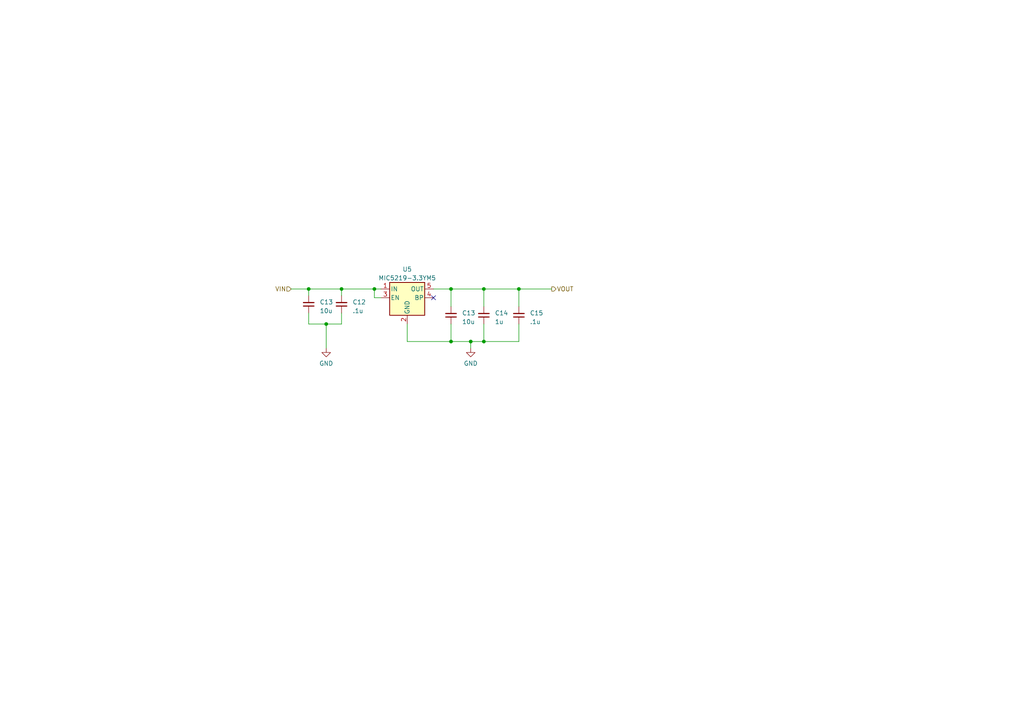
<source format=kicad_sch>
(kicad_sch (version 20230121) (generator eeschema)
  (paper "A4")
  (lib_symbols
    (symbol "Device:C_Small" (pin_numbers hide) (pin_names (offset 0.254) hide)
      (property "Reference" "C" (at 0.254 1.778 0))
      (property "Value" "C_Small" (at 0.254 -2.032 0))
      (symbol "C_Small_0_1"
        (polyline (pts (xy -1.524 -0.508) (xy 1.524 -0.508)) (stroke (width 0.3302)))
        (polyline (pts (xy -1.524 0.508) (xy 1.524 0.508)) (stroke (width 0.3048)))
      )
      (symbol "C_Small_1_1"
        (pin passive line (at 0 2.54 270) (length 2.032) (name "~") (number "1"))
        (pin passive line (at 0 -2.54 90) (length 2.032) (name "~") (number "2"))
      )
    )
    (symbol "Regulator_Linear:MIC5219-3.3YM5" (pin_names (offset 0.254))
      (property "Reference" "U" (at -3.81 5.715 0))
      (property "Value" "MIC5219-3.3YM5" (at 0 5.715 0))
      (symbol "MIC5219-3.3YM5_0_1"
        (rectangle (start -5.08 4.445) (end 5.08 -5.08) (stroke (width 0.254)) (fill (type background)))
      )
      (symbol "MIC5219-3.3YM5_1_1"
        (pin power_in line (at -7.62 2.54 0) (length 2.54) (name "IN") (number "1"))
        (pin power_in line (at 0 -7.62 90) (length 2.54) (name "GND") (number "2"))
        (pin input line (at -7.62 0 0) (length 2.54) (name "EN") (number "3"))
        (pin input line (at 7.62 0 180) (length 2.54) (name "BP") (number "4"))
        (pin power_out line (at 7.62 2.54 180) (length 2.54) (name "OUT") (number "5"))
      )
    )
    (symbol "power:GND" (power) (pin_names (offset 0))
      (property "Value" "GND" (at 0 -3.81 0))
      (symbol "GND_0_1"
        (polyline (pts (xy 0 0) (xy 0 -1.27) (xy 1.27 -1.27) (xy 0 -2.54) (xy -1.27 -1.27) (xy 0 -1.27)))
      )
      (symbol "GND_1_1"
        (pin power_in line (at 0 0 270) (length 0) hide (name "GND") (number "1"))
      )
    )
  )
  (junction (at 94.615 93.98))
  (junction (at 89.535 83.82))
  (junction (at 140.335 99.06))
  (junction (at 130.81 83.82))
  (junction (at 140.335 83.82))
  (junction (at 136.525 99.06))
  (junction (at 130.81 99.06))
  (junction (at 108.585 83.82))
  (junction (at 99.06 83.82))
  (junction (at 150.495 83.82))
  (no_connect (at 125.73 86.36))
  (wire (pts (xy 99.06 90.805) (xy 99.06 93.98)))
  (wire (pts (xy 108.585 83.82) (xy 110.49 83.82)))
  (wire (pts (xy 150.495 93.98) (xy 150.495 99.06)))
  (wire (pts (xy 140.335 83.82) (xy 140.335 88.9)))
  (wire (pts (xy 125.73 83.82) (xy 130.81 83.82)))
  (wire (pts (xy 150.495 83.82) (xy 160.02 83.82)))
  (wire (pts (xy 94.615 93.98) (xy 94.615 100.965)))
  (wire (pts (xy 108.585 86.36) (xy 108.585 83.82)))
  (wire (pts (xy 99.06 83.82) (xy 108.585 83.82)))
  (wire (pts (xy 94.615 93.98) (xy 99.06 93.98)))
  (wire (pts (xy 99.06 83.82) (xy 99.06 85.725)))
  (wire (pts (xy 150.495 88.9) (xy 150.495 83.82)))
  (wire (pts (xy 89.535 83.82) (xy 99.06 83.82)))
  (wire (pts (xy 140.335 83.82) (xy 150.495 83.82)))
  (wire (pts (xy 130.81 99.06) (xy 118.11 99.06)))
  (wire (pts (xy 130.81 83.82) (xy 140.335 83.82)))
  (wire (pts (xy 130.81 93.98) (xy 130.81 99.06)))
  (wire (pts (xy 130.81 99.06) (xy 136.525 99.06)))
  (wire (pts (xy 84.455 83.82) (xy 89.535 83.82)))
  (wire (pts (xy 140.335 99.06) (xy 150.495 99.06)))
  (wire (pts (xy 89.535 85.725) (xy 89.535 83.82)))
  (wire (pts (xy 89.535 93.98) (xy 94.615 93.98)))
  (wire (pts (xy 136.525 99.06) (xy 136.525 100.965)))
  (wire (pts (xy 110.49 86.36) (xy 108.585 86.36)))
  (wire (pts (xy 136.525 99.06) (xy 140.335 99.06)))
  (wire (pts (xy 118.11 99.06) (xy 118.11 93.98)))
  (wire (pts (xy 130.81 83.82) (xy 130.81 88.9)))
  (wire (pts (xy 89.535 90.805) (xy 89.535 93.98)))
  (wire (pts (xy 140.335 93.98) (xy 140.335 99.06)))
  (hierarchical_label "VIN" (shape input) (at 84.455 83.82 180))
  (hierarchical_label "VOUT" (shape output) (at 160.02 83.82 0))
  (symbol (lib_id "power:GND") (at 136.525 100.965 0) (unit 1)
    (property "Reference" "#PWR026" (effects hide))
    (property "Value" "GND" (at 136.525 105.41 0))
    (instances (project "d-lev-io" (path "" (reference "#PWR026") (unit 1)) (path "" (reference "#PWR038") (unit 1))) (project "dlev-mini" (path "" (reference "#PWR0141") (unit 1))))
  )
  (symbol (lib_id "power:GND") (at 94.615 100.965 0) (unit 1)
    (property "Reference" "#PWR029" (effects hide))
    (property "Value" "GND" (at 94.615 105.41 0))
    (instances (project "d-lev-io" (path "" (reference "#PWR029") (unit 1)) (path "" (reference "#PWR037") (unit 1))) (project "dlev-mini" (path "" (reference "#PWR0141") (unit 1))))
  )
  (symbol (lib_id "Device:C_Small") (at 99.06 88.265 180) (unit 1)
    (property "Reference" "C12" (at 102.235 87.6236 0) (effects (justify right)))
    (property "Value" ".1u" (at 102.235 90.1636 0) (effects (justify right)))
    (property "Footprint" "Capacitor_SMD:C_0603_1608Metric" (effects hide))
    (instances (project "d-lev-io" (path "" (reference "C12") (unit 1)) (path "" (reference "C24") (unit 1))))
  )
  (symbol (lib_id "Device:C_Small") (at 150.495 91.44 180) (unit 1)
    (property "Reference" "C15" (at 153.67 90.7986 0) (effects (justify right)))
    (property "Value" ".1u" (at 153.67 93.3386 0) (effects (justify right)))
    (property "Footprint" "Capacitor_SMD:C_0603_1608Metric" (effects hide))
    (instances (project "d-lev-io" (path "" (reference "C15") (unit 1)) (path "" (reference "C27") (unit 1))))
  )
  (symbol (lib_id "Regulator_Linear:MIC5219-3.3YM5") (at 118.11 86.36 0) (unit 1)
    (property "Reference" "U5" (at 118.11 78.105 0))
    (property "Value" "MIC5219-3.3YM5" (at 118.11 80.645 0))
    (property "Footprint" "Package_TO_SOT_SMD:SOT-23-5" (effects hide))
    (property "Datasheet" "http://ww1.microchip.com/downloads/en/DeviceDoc/MIC5219-500mA-Peak-Output-LDO-Regulator-DS20006021A.pdf" (effects hide))
    (instances (project "d-lev-io" (path "" (reference "U5") (unit 1)) (path "" (reference "U4") (unit 1))))
  )
  (symbol (lib_id "Device:C_Small") (at 140.335 91.44 180) (unit 1)
    (property "Reference" "C14" (at 143.51 90.7986 0) (effects (justify right)))
    (property "Value" "1u" (at 143.51 93.3386 0) (effects (justify right)))
    (property "Footprint" "Capacitor_SMD:C_0603_1608Metric" (effects hide))
    (instances (project "d-lev-io" (path "" (reference "C14") (unit 1)) (path "" (reference "C26") (unit 1))))
  )
  (symbol (lib_id "Device:C_Small") (at 89.535 88.265 180) (unit 1)
    (property "Reference" "C13" (at 92.71 87.6236 0) (effects (justify right)))
    (property "Value" "10u" (at 92.71 90.1636 0) (effects (justify right)))
    (property "Footprint" "Capacitor_SMD:C_0805_2012Metric" (effects hide))
    (instances (project "d-lev-io" (path "" (reference "C13") (unit 1)) (path "" (reference "C23") (unit 1))))
  )
  (symbol (lib_id "Device:C_Small") (at 130.81 91.44 180) (unit 1)
    (property "Reference" "C13" (at 133.985 90.7986 0) (effects (justify right)))
    (property "Value" "10u" (at 133.985 93.3386 0) (effects (justify right)))
    (property "Footprint" "Capacitor_SMD:C_0805_2012Metric" (effects hide))
    (instances (project "d-lev-io" (path "" (reference "C13") (unit 1)) (path "" (reference "C25") (unit 1))))
  )
)
</source>
